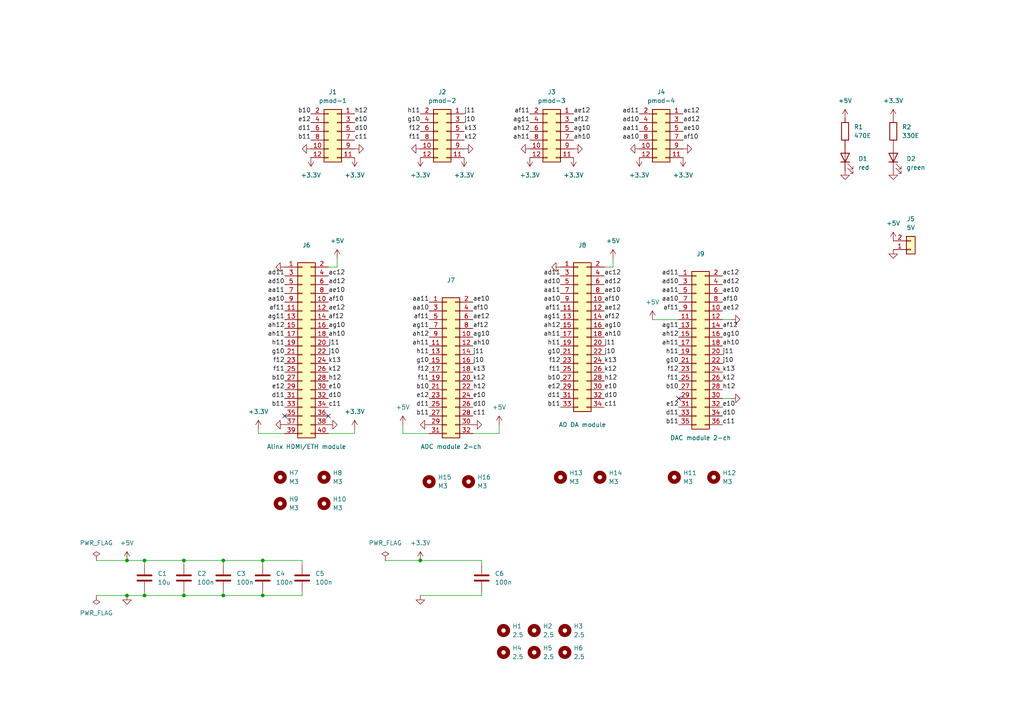
<source format=kicad_sch>
(kicad_sch (version 20230121) (generator eeschema)
  (paper "A4")
  (title_block (title "Kria PMOD Alinx Adapter") (date "2024-08-18") (rev "1.0") (company "S59MZ"))
  (lib_symbols
    (symbol "Connector_Generic:Conn_01x02" (pin_names (offset 1.016) hide)
      (property "Reference" "J" (at 0 2.54 0))
      (property "Value" "Conn_01x02" (at 0 -5.08 0))
      (symbol "Conn_01x02_1_1"
        (rectangle (start -1.27 -2.413) (end 0 -2.667) (stroke (width 0.1524)))
        (rectangle (start -1.27 0.127) (end 0 -0.127) (stroke (width 0.1524)))
        (rectangle (start -1.27 1.27) (end 1.27 -3.81) (stroke (width 0.254)) (fill (type background)))
        (pin passive line (at -5.08 0 0) (length 3.81) (name "Pin_1") (number "1"))
        (pin passive line (at -5.08 -2.54 0) (length 3.81) (name "Pin_2") (number "2"))
      )
    )
    (symbol "Connector_Generic:Conn_02x06_Odd_Even" (pin_names (offset 1.016) hide)
      (property "Reference" "J" (at 1.27 7.62 0))
      (property "Value" "Conn_02x06_Odd_Even" (at 1.27 -10.16 0))
      (symbol "Conn_02x06_Odd_Even_1_1"
        (rectangle (start -1.27 -7.493) (end 0 -7.747) (stroke (width 0.1524)))
        (rectangle (start -1.27 -4.953) (end 0 -5.207) (stroke (width 0.1524)))
        (rectangle (start -1.27 -2.413) (end 0 -2.667) (stroke (width 0.1524)))
        (rectangle (start -1.27 0.127) (end 0 -0.127) (stroke (width 0.1524)))
        (rectangle (start -1.27 2.667) (end 0 2.413) (stroke (width 0.1524)))
        (rectangle (start -1.27 5.207) (end 0 4.953) (stroke (width 0.1524)))
        (rectangle (start -1.27 6.35) (end 3.81 -8.89) (stroke (width 0.254)) (fill (type background)))
        (rectangle (start 3.81 -7.493) (end 2.54 -7.747) (stroke (width 0.1524)))
        (rectangle (start 3.81 -4.953) (end 2.54 -5.207) (stroke (width 0.1524)))
        (rectangle (start 3.81 -2.413) (end 2.54 -2.667) (stroke (width 0.1524)))
        (rectangle (start 3.81 0.127) (end 2.54 -0.127) (stroke (width 0.1524)))
        (rectangle (start 3.81 2.667) (end 2.54 2.413) (stroke (width 0.1524)))
        (rectangle (start 3.81 5.207) (end 2.54 4.953) (stroke (width 0.1524)))
        (pin passive line (at -5.08 5.08 0) (length 3.81) (name "Pin_1") (number "1"))
        (pin passive line (at 7.62 -5.08 180) (length 3.81) (name "Pin_10") (number "10"))
        (pin passive line (at -5.08 -7.62 0) (length 3.81) (name "Pin_11") (number "11"))
        (pin passive line (at 7.62 -7.62 180) (length 3.81) (name "Pin_12") (number "12"))
        (pin passive line (at 7.62 5.08 180) (length 3.81) (name "Pin_2") (number "2"))
        (pin passive line (at -5.08 2.54 0) (length 3.81) (name "Pin_3") (number "3"))
        (pin passive line (at 7.62 2.54 180) (length 3.81) (name "Pin_4") (number "4"))
        (pin passive line (at -5.08 0 0) (length 3.81) (name "Pin_5") (number "5"))
        (pin passive line (at 7.62 0 180) (length 3.81) (name "Pin_6") (number "6"))
        (pin passive line (at -5.08 -2.54 0) (length 3.81) (name "Pin_7") (number "7"))
        (pin passive line (at 7.62 -2.54 180) (length 3.81) (name "Pin_8") (number "8"))
        (pin passive line (at -5.08 -5.08 0) (length 3.81) (name "Pin_9") (number "9"))
      )
    )
    (symbol "Connector_Generic:Conn_02x16_Odd_Even" (pin_names (offset 1.016) hide)
      (property "Reference" "J" (at 1.27 20.32 0))
      (property "Value" "Conn_02x16_Odd_Even" (at 1.27 -22.86 0))
      (symbol "Conn_02x16_Odd_Even_1_1"
        (rectangle (start -1.27 -20.193) (end 0 -20.447) (stroke (width 0.1524)))
        (rectangle (start -1.27 -17.653) (end 0 -17.907) (stroke (width 0.1524)))
        (rectangle (start -1.27 -15.113) (end 0 -15.367) (stroke (width 0.1524)))
        (rectangle (start -1.27 -12.573) (end 0 -12.827) (stroke (width 0.1524)))
        (rectangle (start -1.27 -10.033) (end 0 -10.287) (stroke (width 0.1524)))
        (rectangle (start -1.27 -7.493) (end 0 -7.747) (stroke (width 0.1524)))
        (rectangle (start -1.27 -4.953) (end 0 -5.207) (stroke (width 0.1524)))
        (rectangle (start -1.27 -2.413) (end 0 -2.667) (stroke (width 0.1524)))
        (rectangle (start -1.27 0.127) (end 0 -0.127) (stroke (width 0.1524)))
        (rectangle (start -1.27 2.667) (end 0 2.413) (stroke (width 0.1524)))
        (rectangle (start -1.27 5.207) (end 0 4.953) (stroke (width 0.1524)))
        (rectangle (start -1.27 7.747) (end 0 7.493) (stroke (width 0.1524)))
        (rectangle (start -1.27 10.287) (end 0 10.033) (stroke (width 0.1524)))
        (rectangle (start -1.27 12.827) (end 0 12.573) (stroke (width 0.1524)))
        (rectangle (start -1.27 15.367) (end 0 15.113) (stroke (width 0.1524)))
        (rectangle (start -1.27 17.907) (end 0 17.653) (stroke (width 0.1524)))
        (rectangle (start -1.27 19.05) (end 3.81 -21.59) (stroke (width 0.254)) (fill (type background)))
        (rectangle (start 3.81 -20.193) (end 2.54 -20.447) (stroke (width 0.1524)))
        (rectangle (start 3.81 -17.653) (end 2.54 -17.907) (stroke (width 0.1524)))
        (rectangle (start 3.81 -15.113) (end 2.54 -15.367) (stroke (width 0.1524)))
        (rectangle (start 3.81 -12.573) (end 2.54 -12.827) (stroke (width 0.1524)))
        (rectangle (start 3.81 -10.033) (end 2.54 -10.287) (stroke (width 0.1524)))
        (rectangle (start 3.81 -7.493) (end 2.54 -7.747) (stroke (width 0.1524)))
        (rectangle (start 3.81 -4.953) (end 2.54 -5.207) (stroke (width 0.1524)))
        (rectangle (start 3.81 -2.413) (end 2.54 -2.667) (stroke (width 0.1524)))
        (rectangle (start 3.81 0.127) (end 2.54 -0.127) (stroke (width 0.1524)))
        (rectangle (start 3.81 2.667) (end 2.54 2.413) (stroke (width 0.1524)))
        (rectangle (start 3.81 5.207) (end 2.54 4.953) (stroke (width 0.1524)))
        (rectangle (start 3.81 7.747) (end 2.54 7.493) (stroke (width 0.1524)))
        (rectangle (start 3.81 10.287) (end 2.54 10.033) (stroke (width 0.1524)))
        (rectangle (start 3.81 12.827) (end 2.54 12.573) (stroke (width 0.1524)))
        (rectangle (start 3.81 15.367) (end 2.54 15.113) (stroke (width 0.1524)))
        (rectangle (start 3.81 17.907) (end 2.54 17.653) (stroke (width 0.1524)))
        (pin passive line (at -5.08 17.78 0) (length 3.81) (name "Pin_1") (number "1"))
        (pin passive line (at 7.62 7.62 180) (length 3.81) (name "Pin_10") (number "10"))
        (pin passive line (at -5.08 5.08 0) (length 3.81) (name "Pin_11") (number "11"))
        (pin passive line (at 7.62 5.08 180) (length 3.81) (name "Pin_12") (number "12"))
        (pin passive line (at -5.08 2.54 0) (length 3.81) (name "Pin_13") (number "13"))
        (pin passive line (at 7.62 2.54 180) (length 3.81) (name "Pin_14") (number "14"))
        (pin passive line (at -5.08 0 0) (length 3.81) (name "Pin_15") (number "15"))
        (pin passive line (at 7.62 0 180) (length 3.81) (name "Pin_16") (number "16"))
        (pin passive line (at -5.08 -2.54 0) (length 3.81) (name "Pin_17") (number "17"))
        (pin passive line (at 7.62 -2.54 180) (length 3.81) (name "Pin_18") (number "18"))
        (pin passive line (at -5.08 -5.08 0) (length 3.81) (name "Pin_19") (number "19"))
        (pin passive line (at 7.62 17.78 180) (length 3.81) (name "Pin_2") (number "2"))
        (pin passive line (at 7.62 -5.08 180) (length 3.81) (name "Pin_20") (number "20"))
        (pin passive line (at -5.08 -7.62 0) (length 3.81) (name "Pin_21") (number "21"))
        (pin passive line (at 7.62 -7.62 180) (length 3.81) (name "Pin_22") (number "22"))
        (pin passive line (at -5.08 -10.16 0) (length 3.81) (name "Pin_23") (number "23"))
        (pin passive line (at 7.62 -10.16 180) (length 3.81) (name "Pin_24") (number "24"))
        (pin passive line (at -5.08 -12.7 0) (length 3.81) (name "Pin_25") (number "25"))
        (pin passive line (at 7.62 -12.7 180) (length 3.81) (name "Pin_26") (number "26"))
        (pin passive line (at -5.08 -15.24 0) (length 3.81) (name "Pin_27") (number "27"))
        (pin passive line (at 7.62 -15.24 180) (length 3.81) (name "Pin_28") (number "28"))
        (pin passive line (at -5.08 -17.78 0) (length 3.81) (name "Pin_29") (number "29"))
        (pin passive line (at -5.08 15.24 0) (length 3.81) (name "Pin_3") (number "3"))
        (pin passive line (at 7.62 -17.78 180) (length 3.81) (name "Pin_30") (number "30"))
        (pin passive line (at -5.08 -20.32 0) (length 3.81) (name "Pin_31") (number "31"))
        (pin passive line (at 7.62 -20.32 180) (length 3.81) (name "Pin_32") (number "32"))
        (pin passive line (at 7.62 15.24 180) (length 3.81) (name "Pin_4") (number "4"))
        (pin passive line (at -5.08 12.7 0) (length 3.81) (name "Pin_5") (number "5"))
        (pin passive line (at 7.62 12.7 180) (length 3.81) (name "Pin_6") (number "6"))
        (pin passive line (at -5.08 10.16 0) (length 3.81) (name "Pin_7") (number "7"))
        (pin passive line (at 7.62 10.16 180) (length 3.81) (name "Pin_8") (number "8"))
        (pin passive line (at -5.08 7.62 0) (length 3.81) (name "Pin_9") (number "9"))
      )
    )
    (symbol "Connector_Generic:Conn_02x17_Odd_Even" (pin_names (offset 1.016) hide)
      (property "Reference" "J" (at 1.27 22.86 0))
      (property "Value" "Conn_02x17_Odd_Even" (at 1.27 -22.86 0))
      (symbol "Conn_02x17_Odd_Even_1_1"
        (rectangle (start -1.27 -20.193) (end 0 -20.447) (stroke (width 0.1524)))
        (rectangle (start -1.27 -17.653) (end 0 -17.907) (stroke (width 0.1524)))
        (rectangle (start -1.27 -15.113) (end 0 -15.367) (stroke (width 0.1524)))
        (rectangle (start -1.27 -12.573) (end 0 -12.827) (stroke (width 0.1524)))
        (rectangle (start -1.27 -10.033) (end 0 -10.287) (stroke (width 0.1524)))
        (rectangle (start -1.27 -7.493) (end 0 -7.747) (stroke (width 0.1524)))
        (rectangle (start -1.27 -4.953) (end 0 -5.207) (stroke (width 0.1524)))
        (rectangle (start -1.27 -2.413) (end 0 -2.667) (stroke (width 0.1524)))
        (rectangle (start -1.27 0.127) (end 0 -0.127) (stroke (width 0.1524)))
        (rectangle (start -1.27 2.667) (end 0 2.413) (stroke (width 0.1524)))
        (rectangle (start -1.27 5.207) (end 0 4.953) (stroke (width 0.1524)))
        (rectangle (start -1.27 7.747) (end 0 7.493) (stroke (width 0.1524)))
        (rectangle (start -1.27 10.287) (end 0 10.033) (stroke (width 0.1524)))
        (rectangle (start -1.27 12.827) (end 0 12.573) (stroke (width 0.1524)))
        (rectangle (start -1.27 15.367) (end 0 15.113) (stroke (width 0.1524)))
        (rectangle (start -1.27 17.907) (end 0 17.653) (stroke (width 0.1524)))
        (rectangle (start -1.27 20.447) (end 0 20.193) (stroke (width 0.1524)))
        (rectangle (start -1.27 21.59) (end 3.81 -21.59) (stroke (width 0.254)) (fill (type background)))
        (rectangle (start 3.81 -20.193) (end 2.54 -20.447) (stroke (width 0.1524)))
        (rectangle (start 3.81 -17.653) (end 2.54 -17.907) (stroke (width 0.1524)))
        (rectangle (start 3.81 -15.113) (end 2.54 -15.367) (stroke (width 0.1524)))
        (rectangle (start 3.81 -12.573) (end 2.54 -12.827) (stroke (width 0.1524)))
        (rectangle (start 3.81 -10.033) (end 2.54 -10.287) (stroke (width 0.1524)))
        (rectangle (start 3.81 -7.493) (end 2.54 -7.747) (stroke (width 0.1524)))
        (rectangle (start 3.81 -4.953) (end 2.54 -5.207) (stroke (width 0.1524)))
        (rectangle (start 3.81 -2.413) (end 2.54 -2.667) (stroke (width 0.1524)))
        (rectangle (start 3.81 0.127) (end 2.54 -0.127) (stroke (width 0.1524)))
        (rectangle (start 3.81 2.667) (end 2.54 2.413) (stroke (width 0.1524)))
        (rectangle (start 3.81 5.207) (end 2.54 4.953) (stroke (width 0.1524)))
        (rectangle (start 3.81 7.747) (end 2.54 7.493) (stroke (width 0.1524)))
        (rectangle (start 3.81 10.287) (end 2.54 10.033) (stroke (width 0.1524)))
        (rectangle (start 3.81 12.827) (end 2.54 12.573) (stroke (width 0.1524)))
        (rectangle (start 3.81 15.367) (end 2.54 15.113) (stroke (width 0.1524)))
        (rectangle (start 3.81 17.907) (end 2.54 17.653) (stroke (width 0.1524)))
        (rectangle (start 3.81 20.447) (end 2.54 20.193) (stroke (width 0.1524)))
        (pin passive line (at -5.08 20.32 0) (length 3.81) (name "Pin_1") (number "1"))
        (pin passive line (at 7.62 10.16 180) (length 3.81) (name "Pin_10") (number "10"))
        (pin passive line (at -5.08 7.62 0) (length 3.81) (name "Pin_11") (number "11"))
        (pin passive line (at 7.62 7.62 180) (length 3.81) (name "Pin_12") (number "12"))
        (pin passive line (at -5.08 5.08 0) (length 3.81) (name "Pin_13") (number "13"))
        (pin passive line (at 7.62 5.08 180) (length 3.81) (name "Pin_14") (number "14"))
        (pin passive line (at -5.08 2.54 0) (length 3.81) (name "Pin_15") (number "15"))
        (pin passive line (at 7.62 2.54 180) (length 3.81) (name "Pin_16") (number "16"))
        (pin passive line (at -5.08 0 0) (length 3.81) (name "Pin_17") (number "17"))
        (pin passive line (at 7.62 0 180) (length 3.81) (name "Pin_18") (number "18"))
        (pin passive line (at -5.08 -2.54 0) (length 3.81) (name "Pin_19") (number "19"))
        (pin passive line (at 7.62 20.32 180) (length 3.81) (name "Pin_2") (number "2"))
        (pin passive line (at 7.62 -2.54 180) (length 3.81) (name "Pin_20") (number "20"))
        (pin passive line (at -5.08 -5.08 0) (length 3.81) (name "Pin_21") (number "21"))
        (pin passive line (at 7.62 -5.08 180) (length 3.81) (name "Pin_22") (number "22"))
        (pin passive line (at -5.08 -7.62 0) (length 3.81) (name "Pin_23") (number "23"))
        (pin passive line (at 7.62 -7.62 180) (length 3.81) (name "Pin_24") (number "24"))
        (pin passive line (at -5.08 -10.16 0) (length 3.81) (name "Pin_25") (number "25"))
        (pin passive line (at 7.62 -10.16 180) (length 3.81) (name "Pin_26") (number "26"))
        (pin passive line (at -5.08 -12.7 0) (length 3.81) (name "Pin_27") (number "27"))
        (pin passive line (at 7.62 -12.7 180) (length 3.81) (name "Pin_28") (number "28"))
        (pin passive line (at -5.08 -15.24 0) (length 3.81) (name "Pin_29") (number "29"))
        (pin passive line (at -5.08 17.78 0) (length 3.81) (name "Pin_3") (number "3"))
        (pin passive line (at 7.62 -15.24 180) (length 3.81) (name "Pin_30") (number "30"))
        (pin passive line (at -5.08 -17.78 0) (length 3.81) (name "Pin_31") (number "31"))
        (pin passive line (at 7.62 -17.78 180) (length 3.81) (name "Pin_32") (number "32"))
        (pin passive line (at -5.08 -20.32 0) (length 3.81) (name "Pin_33") (number "33"))
        (pin passive line (at 7.62 -20.32 180) (length 3.81) (name "Pin_34") (number "34"))
        (pin passive line (at 7.62 17.78 180) (length 3.81) (name "Pin_4") (number "4"))
        (pin passive line (at -5.08 15.24 0) (length 3.81) (name "Pin_5") (number "5"))
        (pin passive line (at 7.62 15.24 180) (length 3.81) (name "Pin_6") (number "6"))
        (pin passive line (at -5.08 12.7 0) (length 3.81) (name "Pin_7") (number "7"))
        (pin passive line (at 7.62 12.7 180) (length 3.81) (name "Pin_8") (number "8"))
        (pin passive line (at -5.08 10.16 0) (length 3.81) (name "Pin_9") (number "9"))
      )
    )
    (symbol "Connector_Generic:Conn_02x18_Odd_Even" (pin_names (offset 1.016) hide)
      (property "Reference" "J" (at 1.27 22.86 0))
      (property "Value" "Conn_02x18_Odd_Even" (at 1.27 -25.4 0))
      (symbol "Conn_02x18_Odd_Even_1_1"
        (rectangle (start -1.27 -22.733) (end 0 -22.987) (stroke (width 0.1524)))
        (rectangle (start -1.27 -20.193) (end 0 -20.447) (stroke (width 0.1524)))
        (rectangle (start -1.27 -17.653) (end 0 -17.907) (stroke (width 0.1524)))
        (rectangle (start -1.27 -15.113) (end 0 -15.367) (stroke (width 0.1524)))
        (rectangle (start -1.27 -12.573) (end 0 -12.827) (stroke (width 0.1524)))
        (rectangle (start -1.27 -10.033) (end 0 -10.287) (stroke (width 0.1524)))
        (rectangle (start -1.27 -7.493) (end 0 -7.747) (stroke (width 0.1524)))
        (rectangle (start -1.27 -4.953) (end 0 -5.207) (stroke (width 0.1524)))
        (rectangle (start -1.27 -2.413) (end 0 -2.667) (stroke (width 0.1524)))
        (rectangle (start -1.27 0.127) (end 0 -0.127) (stroke (width 0.1524)))
        (rectangle (start -1.27 2.667) (end 0 2.413) (stroke (width 0.1524)))
        (rectangle (start -1.27 5.207) (end 0 4.953) (stroke (width 0.1524)))
        (rectangle (start -1.27 7.747) (end 0 7.493) (stroke (width 0.1524)))
        (rectangle (start -1.27 10.287) (end 0 10.033) (stroke (width 0.1524)))
        (rectangle (start -1.27 12.827) (end 0 12.573) (stroke (width 0.1524)))
        (rectangle (start -1.27 15.367) (end 0 15.113) (stroke (width 0.1524)))
        (rectangle (start -1.27 17.907) (end 0 17.653) (stroke (width 0.1524)))
        (rectangle (start -1.27 20.447) (end 0 20.193) (stroke (width 0.1524)))
        (rectangle (start -1.27 21.59) (end 3.81 -24.13) (stroke (width 0.254)) (fill (type background)))
        (rectangle (start 3.81 -22.733) (end 2.54 -22.987) (stroke (width 0.1524)))
        (rectangle (start 3.81 -20.193) (end 2.54 -20.447) (stroke (width 0.1524)))
        (rectangle (start 3.81 -17.653) (end 2.54 -17.907) (stroke (width 0.1524)))
        (rectangle (start 3.81 -15.113) (end 2.54 -15.367) (stroke (width 0.1524)))
        (rectangle (start 3.81 -12.573) (end 2.54 -12.827) (stroke (width 0.1524)))
        (rectangle (start 3.81 -10.033) (end 2.54 -10.287) (stroke (width 0.1524)))
        (rectangle (start 3.81 -7.493) (end 2.54 -7.747) (stroke (width 0.1524)))
        (rectangle (start 3.81 -4.953) (end 2.54 -5.207) (stroke (width 0.1524)))
        (rectangle (start 3.81 -2.413) (end 2.54 -2.667) (stroke (width 0.1524)))
        (rectangle (start 3.81 0.127) (end 2.54 -0.127) (stroke (width 0.1524)))
        (rectangle (start 3.81 2.667) (end 2.54 2.413) (stroke (width 0.1524)))
        (rectangle (start 3.81 5.207) (end 2.54 4.953) (stroke (width 0.1524)))
        (rectangle (start 3.81 7.747) (end 2.54 7.493) (stroke (width 0.1524)))
        (rectangle (start 3.81 10.287) (end 2.54 10.033) (stroke (width 0.1524)))
        (rectangle (start 3.81 12.827) (end 2.54 12.573) (stroke (width 0.1524)))
        (rectangle (start 3.81 15.367) (end 2.54 15.113) (stroke (width 0.1524)))
        (rectangle (start 3.81 17.907) (end 2.54 17.653) (stroke (width 0.1524)))
        (rectangle (start 3.81 20.447) (end 2.54 20.193) (stroke (width 0.1524)))
        (pin passive line (at -5.08 20.32 0) (length 3.81) (name "Pin_1") (number "1"))
        (pin passive line (at 7.62 10.16 180) (length 3.81) (name "Pin_10") (number "10"))
        (pin passive line (at -5.08 7.62 0) (length 3.81) (name "Pin_11") (number "11"))
        (pin passive line (at 7.62 7.62 180) (length 3.81) (name "Pin_12") (number "12"))
        (pin passive line (at -5.08 5.08 0) (length 3.81) (name "Pin_13") (number "13"))
        (pin passive line (at 7.62 5.08 180) (length 3.81) (name "Pin_14") (number "14"))
        (pin passive line (at -5.08 2.54 0) (length 3.81) (name "Pin_15") (number "15"))
        (pin passive line (at 7.62 2.54 180) (length 3.81) (name "Pin_16") (number "16"))
        (pin passive line (at -5.08 0 0) (length 3.81) (name "Pin_17") (number "17"))
        (pin passive line (at 7.62 0 180) (length 3.81) (name "Pin_18") (number "18"))
        (pin passive line (at -5.08 -2.54 0) (length 3.81) (name "Pin_19") (number "19"))
        (pin passive line (at 7.62 20.32 180) (length 3.81) (name "Pin_2") (number "2"))
        (pin passive line (at 7.62 -2.54 180) (length 3.81) (name "Pin_20") (number "20"))
        (pin passive line (at -5.08 -5.08 0) (length 3.81) (name "Pin_21") (number "21"))
        (pin passive line (at 7.62 -5.08 180) (length 3.81) (name "Pin_22") (number "22"))
        (pin passive line (at -5.08 -7.62 0) (length 3.81) (name "Pin_23") (number "23"))
        (pin passive line (at 7.62 -7.62 180) (length 3.81) (name "Pin_24") (number "24"))
        (pin passive line (at -5.08 -10.16 0) (length 3.81) (name "Pin_25") (number "25"))
        (pin passive line (at 7.62 -10.16 180) (length 3.81) (name "Pin_26") (number "26"))
        (pin passive line (at -5.08 -12.7 0) (length 3.81) (name "Pin_27") (number "27"))
        (pin passive line (at 7.62 -12.7 180) (length 3.81) (name "Pin_28") (number "28"))
        (pin passive line (at -5.08 -15.24 0) (length 3.81) (name "Pin_29") (number "29"))
        (pin passive line (at -5.08 17.78 0) (length 3.81) (name "Pin_3") (number "3"))
        (pin passive line (at 7.62 -15.24 180) (length 3.81) (name "Pin_30") (number "30"))
        (pin passive line (at -5.08 -17.78 0) (length 3.81) (name "Pin_31") (number "31"))
        (pin passive line (at 7.62 -17.78 180) (length 3.81) (name "Pin_32") (number "32"))
        (pin passive line (at -5.08 -20.32 0) (length 3.81) (name "Pin_33") (number "33"))
        (pin passive line (at 7.62 -20.32 180) (length 3.81) (name "Pin_34") (number "34"))
        (pin passive line (at -5.08 -22.86 0) (length 3.81) (name "Pin_35") (number "35"))
        (pin passive line (at 7.62 -22.86 180) (length 3.81) (name "Pin_36") (number "36"))
        (pin passive line (at 7.62 17.78 180) (length 3.81) (name "Pin_4") (number "4"))
        (pin passive line (at -5.08 15.24 0) (length 3.81) (name "Pin_5") (number "5"))
        (pin passive line (at 7.62 15.24 180) (length 3.81) (name "Pin_6") (number "6"))
        (pin passive line (at -5.08 12.7 0) (length 3.81) (name "Pin_7") (number "7"))
        (pin passive line (at 7.62 12.7 180) (length 3.81) (name "Pin_8") (number "8"))
        (pin passive line (at -5.08 10.16 0) (length 3.81) (name "Pin_9") (number "9"))
      )
    )
    (symbol "Connector_Generic:Conn_02x20_Odd_Even" (pin_names (offset 1.016) hide)
      (property "Reference" "J" (at 1.27 25.4 0))
      (property "Value" "Conn_02x20_Odd_Even" (at 1.27 -27.94 0))
      (symbol "Conn_02x20_Odd_Even_1_1"
        (rectangle (start -1.27 -25.273) (end 0 -25.527) (stroke (width 0.1524)))
        (rectangle (start -1.27 -22.733) (end 0 -22.987) (stroke (width 0.1524)))
        (rectangle (start -1.27 -20.193) (end 0 -20.447) (stroke (width 0.1524)))
        (rectangle (start -1.27 -17.653) (end 0 -17.907) (stroke (width 0.1524)))
        (rectangle (start -1.27 -15.113) (end 0 -15.367) (stroke (width 0.1524)))
        (rectangle (start -1.27 -12.573) (end 0 -12.827) (stroke (width 0.1524)))
        (rectangle (start -1.27 -10.033) (end 0 -10.287) (stroke (width 0.1524)))
        (rectangle (start -1.27 -7.493) (end 0 -7.747) (stroke (width 0.1524)))
        (rectangle (start -1.27 -4.953) (end 0 -5.207) (stroke (width 0.1524)))
        (rectangle (start -1.27 -2.413) (end 0 -2.667) (stroke (width 0.1524)))
        (rectangle (start -1.27 0.127) (end 0 -0.127) (stroke (width 0.1524)))
        (rectangle (start -1.27 2.667) (end 0 2.413) (stroke (width 0.1524)))
        (rectangle (start -1.27 5.207) (end 0 4.953) (stroke (width 0.1524)))
        (rectangle (start -1.27 7.747) (end 0 7.493) (stroke (width 0.1524)))
        (rectangle (start -1.27 10.287) (end 0 10.033) (stroke (width 0.1524)))
        (rectangle (start -1.27 12.827) (end 0 12.573) (stroke (width 0.1524)))
        (rectangle (start -1.27 15.367) (end 0 15.113) (stroke (width 0.1524)))
        (rectangle (start -1.27 17.907) (end 0 17.653) (stroke (width 0.1524)))
        (rectangle (start -1.27 20.447) (end 0 20.193) (stroke (width 0.1524)))
        (rectangle (start -1.27 22.987) (end 0 22.733) (stroke (width 0.1524)))
        (rectangle (start -1.27 24.13) (end 3.81 -26.67) (stroke (width 0.254)) (fill (type background)))
        (rectangle (start 3.81 -25.273) (end 2.54 -25.527) (stroke (width 0.1524)))
        (rectangle (start 3.81 -22.733) (end 2.54 -22.987) (stroke (width 0.1524)))
        (rectangle (start 3.81 -20.193) (end 2.54 -20.447) (stroke (width 0.1524)))
        (rectangle (start 3.81 -17.653) (end 2.54 -17.907) (stroke (width 0.1524)))
        (rectangle (start 3.81 -15.113) (end 2.54 -15.367) (stroke (width 0.1524)))
        (rectangle (start 3.81 -12.573) (end 2.54 -12.827) (stroke (width 0.1524)))
        (rectangle (start 3.81 -10.033) (end 2.54 -10.287) (stroke (width 0.1524)))
        (rectangle (start 3.81 -7.493) (end 2.54 -7.747) (stroke (width 0.1524)))
        (rectangle (start 3.81 -4.953) (end 2.54 -5.207) (stroke (width 0.1524)))
        (rectangle (start 3.81 -2.413) (end 2.54 -2.667) (stroke (width 0.1524)))
        (rectangle (start 3.81 0.127) (end 2.54 -0.127) (stroke (width 0.1524)))
        (rectangle (start 3.81 2.667) (end 2.54 2.413) (stroke (width 0.1524)))
        (rectangle (start 3.81 5.207) (end 2.54 4.953) (stroke (width 0.1524)))
        (rectangle (start 3.81 7.747) (end 2.54 7.493) (stroke (width 0.1524)))
        (rectangle (start 3.81 10.287) (end 2.54 10.033) (stroke (width 0.1524)))
        (rectangle (start 3.81 12.827) (end 2.54 12.573) (stroke (width 0.1524)))
        (rectangle (start 3.81 15.367) (end 2.54 15.113) (stroke (width 0.1524)))
        (rectangle (start 3.81 17.907) (end 2.54 17.653) (stroke (width 0.1524)))
        (rectangle (start 3.81 20.447) (end 2.54 20.193) (stroke (width 0.1524)))
        (rectangle (start 3.81 22.987) (end 2.54 22.733) (stroke (width 0.1524)))
        (pin passive line (at -5.08 22.86 0) (length 3.81) (name "Pin_1") (number "1"))
        (pin passive line (at 7.62 12.7 180) (length 3.81) (name "Pin_10") (number "10"))
        (pin passive line (at -5.08 10.16 0) (length 3.81) (name "Pin_11") (number "11"))
        (pin passive line (at 7.62 10.16 180) (length 3.81) (name "Pin_12") (number "12"))
        (pin passive line (at -5.08 7.62 0) (length 3.81) (name "Pin_13") (number "13"))
        (pin passive line (at 7.62 7.62 180) (length 3.81) (name "Pin_14") (number "14"))
        (pin passive line (at -5.08 5.08 0) (length 3.81) (name "Pin_15") (number "15"))
        (pin passive line (at 7.62 5.08 180) (length 3.81) (name "Pin_16") (number "16"))
        (pin passive line (at -5.08 2.54 0) (length 3.81) (name "Pin_17") (number "17"))
        (pin passive line (at 7.62 2.54 180) (length 3.81) (name "Pin_18") (number "18"))
        (pin passive line (at -5.08 0 0) (length 3.81) (name "Pin_19") (number "19"))
        (pin passive line (at 7.62 22.86 180) (length 3.81) (name "Pin_2") (number "2"))
        (pin passive line (at 7.62 0 180) (length 3.81) (name "Pin_20") (number "20"))
        (pin passive line (at -5.08 -2.54 0) (length 3.81) (name "Pin_21") (number "21"))
        (pin passive line (at 7.62 -2.54 180) (length 3.81) (name "Pin_22") (number "22"))
        (pin passive line (at -5.08 -5.08 0) (length 3.81) (name "Pin_23") (number "23"))
        (pin passive line (at 7.62 -5.08 180) (length 3.81) (name "Pin_24") (number "24"))
        (pin passive line (at -5.08 -7.62 0) (length 3.81) (name "Pin_25") (number "25"))
        (pin passive line (at 7.62 -7.62 180) (length 3.81) (name "Pin_26") (number "26"))
        (pin passive line (at -5.08 -10.16 0) (length 3.81) (name "Pin_27") (number "27"))
        (pin passive line (at 7.62 -10.16 180) (length 3.81) (name "Pin_28") (number "28"))
        (pin passive line (at -5.08 -12.7 0) (length 3.81) (name "Pin_29") (number "29"))
        (pin passive line (at -5.08 20.32 0) (length 3.81) (name "Pin_3") (number "3"))
        (pin passive line (at 7.62 -12.7 180) (length 3.81) (name "Pin_30") (number "30"))
        (pin passive line (at -5.08 -15.24 0) (length 3.81) (name "Pin_31") (number "31"))
        (pin passive line (at 7.62 -15.24 180) (length 3.81) (name "Pin_32") (number "32"))
        (pin passive line (at -5.08 -17.78 0) (length 3.81) (name "Pin_33") (number "33"))
        (pin passive line (at 7.62 -17.78 180) (length 3.81) (name "Pin_34") (number "34"))
        (pin passive line (at -5.08 -20.32 0) (length 3.81) (name "Pin_35") (number "35"))
        (pin passive line (at 7.62 -20.32 180) (length 3.81) (name "Pin_36") (number "36"))
        (pin passive line (at -5.08 -22.86 0) (length 3.81) (name "Pin_37") (number "37"))
        (pin passive line (at 7.62 -22.86 180) (length 3.81) (name "Pin_38") (number "38"))
        (pin passive line (at -5.08 -25.4 0) (length 3.81) (name "Pin_39") (number "39"))
        (pin passive line (at 7.62 20.32 180) (length 3.81) (name "Pin_4") (number "4"))
        (pin passive line (at 7.62 -25.4 180) (length 3.81) (name "Pin_40") (number "40"))
        (pin passive line (at -5.08 17.78 0) (length 3.81) (name "Pin_5") (number "5"))
        (pin passive line (at 7.62 17.78 180) (length 3.81) (name "Pin_6") (number "6"))
        (pin passive line (at -5.08 15.24 0) (length 3.81) (name "Pin_7") (number "7"))
        (pin passive line (at 7.62 15.24 180) (length 3.81) (name "Pin_8") (number "8"))
        (pin passive line (at -5.08 12.7 0) (length 3.81) (name "Pin_9") (number "9"))
      )
    )
    (symbol "Device:C" (pin_numbers hide) (pin_names (offset 0.254))
      (property "Reference" "C" (at 0.635 2.54 0))
      (property "Value" "C" (at 0.635 -2.54 0))
      (symbol "C_0_1"
        (polyline (pts (xy -2.032 -0.762) (xy 2.032 -0.762)) (stroke (width 0.508)))
        (polyline (pts (xy -2.032 0.762) (xy 2.032 0.762)) (stroke (width 0.508)))
      )
      (symbol "C_1_1"
        (pin passive line (at 0 3.81 270) (length 2.794) (name "~") (number "1"))
        (pin passive line (at 0 -3.81 90) (length 2.794) (name "~") (number "2"))
      )
    )
    (symbol "Device:LED" (pin_numbers hide) (pin_names (offset 1.016) hide)
      (property "Reference" "D" (at 0 2.54 0))
      (property "Value" "LED" (at 0 -2.54 0))
      (symbol "LED_0_1"
        (polyline (pts (xy -1.27 -1.27) (xy -1.27 1.27)) (stroke (width 0.254)))
        (polyline (pts (xy -1.27 0) (xy 1.27 0)))
        (polyline (pts (xy 1.27 -1.27) (xy 1.27 1.27) (xy -1.27 0) (xy 1.27 -1.27)) (stroke (width 0.254)))
        (polyline (pts (xy -3.048 -0.762) (xy -4.572 -2.286) (xy -3.81 -2.286) (xy -4.572 -2.286) (xy -4.572 -1.524)))
        (polyline (pts (xy -1.778 -0.762) (xy -3.302 -2.286) (xy -2.54 -2.286) (xy -3.302 -2.286) (xy -3.302 -1.524)))
      )
      (symbol "LED_1_1"
        (pin passive line (at -3.81 0 0) (length 2.54) (name "K") (number "1"))
        (pin passive line (at 3.81 0 180) (length 2.54) (name "A") (number "2"))
      )
    )
    (symbol "Device:R" (pin_numbers hide) (pin_names (offset 0))
      (property "Reference" "R" (at 2.032 0 90))
      (property "Value" "R" (at 0 0 90))
      (symbol "R_0_1"
        (rectangle (start -1.016 -2.54) (end 1.016 2.54) (stroke (width 0.254)))
      )
      (symbol "R_1_1"
        (pin passive line (at 0 3.81 270) (length 1.27) (name "~") (number "1"))
        (pin passive line (at 0 -3.81 90) (length 1.27) (name "~") (number "2"))
      )
    )
    (symbol "Mechanical:MountingHole" (pin_names (offset 1.016))
      (property "Reference" "H" (at 0 5.08 0))
      (property "Value" "MountingHole" (at 0 3.175 0))
      (symbol "MountingHole_0_1"
        (circle (center 0 0) (radius 1.27) (stroke (width 1.27)))
      )
    )
    (symbol "power:+3.3V" (power) (pin_names (offset 0))
      (property "Value" "+3.3V" (at 0 3.556 0))
      (symbol "+3.3V_0_1"
        (polyline (pts (xy -0.762 1.27) (xy 0 2.54)))
        (polyline (pts (xy 0 0) (xy 0 2.54)))
        (polyline (pts (xy 0 2.54) (xy 0.762 1.27)))
      )
      (symbol "+3.3V_1_1"
        (pin power_in line (at 0 0 90) (length 0) hide (name "+3.3V") (number "1"))
      )
    )
    (symbol "power:+5V" (power) (pin_names (offset 0))
      (property "Value" "+5V" (at 0 3.556 0))
      (symbol "+5V_0_1"
        (polyline (pts (xy -0.762 1.27) (xy 0 2.54)))
        (polyline (pts (xy 0 0) (xy 0 2.54)))
        (polyline (pts (xy 0 2.54) (xy 0.762 1.27)))
      )
      (symbol "+5V_1_1"
        (pin power_in line (at 0 0 90) (length 0) hide (name "+5V") (number "1"))
      )
    )
    (symbol "power:GND" (power) (pin_names (offset 0))
      (property "Value" "GND" (at 0 -3.81 0))
      (symbol "GND_0_1"
        (polyline (pts (xy 0 0) (xy 0 -1.27) (xy 1.27 -1.27) (xy 0 -2.54) (xy -1.27 -1.27) (xy 0 -1.27)))
      )
      (symbol "GND_1_1"
        (pin power_in line (at 0 0 270) (length 0) hide (name "GND") (number "1"))
      )
    )
    (symbol "power:PWR_FLAG" (power) (pin_numbers hide) (pin_names (offset 0) hide)
      (property "Value" "PWR_FLAG" (at 0 3.81 0))
      (symbol "PWR_FLAG_0_0"
        (pin power_out line (at 0 0 90) (length 0) (name "pwr") (number "1"))
      )
      (symbol "PWR_FLAG_0_1"
        (polyline (pts (xy 0 0) (xy 0 1.27) (xy -1.016 1.905) (xy 0 2.54) (xy 1.016 1.905) (xy 0 1.27)))
      )
    )
  )
  (junction (at 64.77 162.56))
  (junction (at 76.2 162.56))
  (junction (at 41.91 162.56))
  (junction (at 36.83 162.56))
  (junction (at 53.34 172.72))
  (junction (at 41.91 172.72))
  (junction (at 121.92 162.56))
  (junction (at 64.77 172.72))
  (junction (at 76.2 172.72))
  (junction (at 36.83 172.72))
  (junction (at 53.34 162.56))
  (no_connect (at 196.85 115.57))
  (no_connect (at 95.25 120.65))
  (no_connect (at 82.55 120.65))
  (wire (pts (xy 177.8 77.47) (xy 175.26 77.47)))
  (wire (pts (xy 64.77 171.45) (xy 64.77 172.72)))
  (wire (pts (xy 41.91 172.72) (xy 53.34 172.72)))
  (wire (pts (xy 97.79 74.93) (xy 97.79 77.47)))
  (wire (pts (xy 76.2 172.72) (xy 76.2 171.45)))
  (wire (pts (xy 41.91 162.56) (xy 53.34 162.56)))
  (wire (pts (xy 116.84 125.73) (xy 124.46 125.73)))
  (wire (pts (xy 97.79 77.47) (xy 95.25 77.47)))
  (wire (pts (xy 64.77 162.56) (xy 64.77 163.83)))
  (wire (pts (xy 64.77 172.72) (xy 76.2 172.72)))
  (wire (pts (xy 116.84 123.19) (xy 116.84 125.73)))
  (wire (pts (xy 76.2 162.56) (xy 87.63 162.56)))
  (wire (pts (xy 76.2 162.56) (xy 76.2 163.83)))
  (wire (pts (xy 144.78 123.19) (xy 144.78 125.73)))
  (wire (pts (xy 111.76 162.56) (xy 121.92 162.56)))
  (wire (pts (xy 53.34 162.56) (xy 53.34 163.83)))
  (wire (pts (xy 212.09 92.71) (xy 209.55 92.71)))
  (wire (pts (xy 121.92 172.72) (xy 139.7 172.72)))
  (wire (pts (xy 121.92 162.56) (xy 139.7 162.56)))
  (wire (pts (xy 36.83 172.72) (xy 41.91 172.72)))
  (wire (pts (xy 189.23 92.71) (xy 196.85 92.71)))
  (wire (pts (xy 139.7 163.83) (xy 139.7 162.56)))
  (wire (pts (xy 64.77 162.56) (xy 76.2 162.56)))
  (wire (pts (xy 137.16 125.73) (xy 144.78 125.73)))
  (wire (pts (xy 53.34 162.56) (xy 64.77 162.56)))
  (wire (pts (xy 27.94 162.56) (xy 36.83 162.56)))
  (wire (pts (xy 102.87 125.73) (xy 95.25 125.73)))
  (wire (pts (xy 36.83 162.56) (xy 41.91 162.56)))
  (wire (pts (xy 41.91 171.45) (xy 41.91 172.72)))
  (wire (pts (xy 87.63 171.45) (xy 87.63 172.72)))
  (wire (pts (xy 41.91 162.56) (xy 41.91 163.83)))
  (wire (pts (xy 76.2 172.72) (xy 87.63 172.72)))
  (wire (pts (xy 139.7 171.45) (xy 139.7 172.72)))
  (wire (pts (xy 87.63 163.83) (xy 87.63 162.56)))
  (wire (pts (xy 74.93 124.46) (xy 74.93 125.73)))
  (wire (pts (xy 74.93 125.73) (xy 82.55 125.73)))
  (wire (pts (xy 212.09 115.57) (xy 209.55 115.57)))
  (wire (pts (xy 53.34 171.45) (xy 53.34 172.72)))
  (wire (pts (xy 53.34 172.72) (xy 64.77 172.72)))
  (wire (pts (xy 27.94 172.72) (xy 36.83 172.72)))
  (wire (pts (xy 177.8 74.93) (xy 177.8 77.47)))
  (wire (pts (xy 102.87 124.46) (xy 102.87 125.73)))
  (label "j11" (at 134.62 33.02 0))
  (label "h12" (at 175.26 110.49 0))
  (label "k12" (at 175.26 107.95 0))
  (label "aa10" (at 162.56 87.63 180))
  (label "b11" (at 196.85 123.19 180))
  (label "k13" (at 209.55 107.95 0))
  (label "ad11" (at 162.56 80.01 180))
  (label "ag11" (at 196.85 95.25 180))
  (label "e12" (at 82.55 113.03 180))
  (label "h12" (at 95.25 110.49 0))
  (label "ah10" (at 95.25 97.79 0))
  (label "k13" (at 95.25 105.41 0))
  (label "d11" (at 90.17 38.1 180))
  (label "c11" (at 137.16 120.65 0))
  (label "ad10" (at 196.85 82.55 180))
  (label "ae10" (at 95.25 85.09 0))
  (label "ae12" (at 166.37 33.02 0))
  (label "ae10" (at 209.55 85.09 0))
  (label "b10" (at 82.55 110.49 180))
  (label "e10" (at 175.26 113.03 0))
  (label "af12" (at 95.25 92.71 0))
  (label "af10" (at 95.25 87.63 0))
  (label "j11" (at 95.25 100.33 0))
  (label "f11" (at 124.46 110.49 180))
  (label "d11" (at 124.46 118.11 180))
  (label "b10" (at 162.56 110.49 180))
  (label "d10" (at 95.25 115.57 0))
  (label "h11" (at 162.56 100.33 180))
  (label "g10" (at 162.56 102.87 180))
  (label "ae10" (at 198.12 38.1 0))
  (label "d10" (at 175.26 115.57 0))
  (label "b10" (at 90.17 33.02 180))
  (label "f12" (at 162.56 105.41 180))
  (label "b10" (at 196.85 113.03 180))
  (label "ah11" (at 162.56 97.79 180))
  (label "af11" (at 124.46 92.71 180))
  (label "ae10" (at 137.16 87.63 0))
  (label "ag11" (at 82.55 92.71 180))
  (label "af11" (at 162.56 90.17 180))
  (label "f11" (at 82.55 107.95 180))
  (label "e12" (at 124.46 115.57 180))
  (label "d11" (at 162.56 115.57 180))
  (label "k12" (at 134.62 40.64 0))
  (label "aa10" (at 185.42 40.64 180))
  (label "ad10" (at 185.42 35.56 180))
  (label "ad12" (at 175.26 82.55 0))
  (label "ad12" (at 95.25 82.55 0))
  (label "j10" (at 209.55 105.41 0))
  (label "aa11" (at 162.56 85.09 180))
  (label "f12" (at 124.46 107.95 180))
  (label "c11" (at 95.25 118.11 0))
  (label "d10" (at 137.16 118.11 0))
  (label "ah12" (at 196.85 97.79 180))
  (label "h12" (at 137.16 113.03 0))
  (label "aa11" (at 196.85 85.09 180))
  (label "aa11" (at 82.55 85.09 180))
  (label "j10" (at 95.25 102.87 0))
  (label "ah10" (at 166.37 40.64 0))
  (label "ag11" (at 153.67 35.56 180))
  (label "j11" (at 137.16 102.87 0))
  (label "af11" (at 82.55 90.17 180))
  (label "k12" (at 95.25 107.95 0))
  (label "af11" (at 153.67 33.02 180))
  (label "e10" (at 102.87 35.56 0))
  (label "g10" (at 124.46 105.41 180))
  (label "e12" (at 162.56 113.03 180))
  (label "ah12" (at 124.46 97.79 180))
  (label "aa11" (at 124.46 87.63 180))
  (label "f11" (at 196.85 110.49 180))
  (label "ae12" (at 209.55 90.17 0))
  (label "ag11" (at 162.56 92.71 180))
  (label "e10" (at 209.55 118.11 0))
  (label "aa10" (at 82.55 87.63 180))
  (label "d11" (at 82.55 115.57 180))
  (label "af10" (at 209.55 87.63 0))
  (label "ad12" (at 198.12 35.56 0))
  (label "k13" (at 175.26 105.41 0))
  (label "ad11" (at 185.42 33.02 180))
  (label "af10" (at 198.12 40.64 0))
  (label "f12" (at 121.92 38.1 180))
  (label "h11" (at 196.85 102.87 180))
  (label "ag10" (at 166.37 38.1 0))
  (label "b11" (at 82.55 118.11 180))
  (label "h12" (at 209.55 113.03 0))
  (label "af10" (at 175.26 87.63 0))
  (label "d11" (at 196.85 120.65 180))
  (label "h11" (at 82.55 100.33 180))
  (label "ae12" (at 95.25 90.17 0))
  (label "af12" (at 209.55 95.25 0))
  (label "ac12" (at 175.26 80.01 0))
  (label "ag10" (at 209.55 97.79 0))
  (label "e12" (at 196.85 118.11 180))
  (label "ac12" (at 95.25 80.01 0))
  (label "af12" (at 175.26 92.71 0))
  (label "ag11" (at 124.46 95.25 180))
  (label "ac12" (at 209.55 80.01 0))
  (label "h12" (at 102.87 33.02 0))
  (label "af12" (at 166.37 35.56 0))
  (label "ae12" (at 137.16 92.71 0))
  (label "g10" (at 82.55 102.87 180))
  (label "ad11" (at 82.55 80.01 180))
  (label "aa10" (at 196.85 87.63 180))
  (label "b10" (at 124.46 113.03 180))
  (label "af10" (at 137.16 90.17 0))
  (label "ah11" (at 196.85 100.33 180))
  (label "ah12" (at 82.55 95.25 180))
  (label "ad10" (at 82.55 82.55 180))
  (label "ah11" (at 82.55 97.79 180))
  (label "ah11" (at 153.67 40.64 180))
  (label "b11" (at 162.56 118.11 180))
  (label "ah10" (at 175.26 97.79 0))
  (label "ah10" (at 137.16 100.33 0))
  (label "h11" (at 121.92 33.02 180))
  (label "k12" (at 137.16 110.49 0))
  (label "k12" (at 209.55 110.49 0))
  (label "j10" (at 175.26 102.87 0))
  (label "ah11" (at 124.46 100.33 180))
  (label "j10" (at 137.16 105.41 0))
  (label "c11" (at 209.55 123.19 0))
  (label "e12" (at 90.17 35.56 180))
  (label "ae12" (at 175.26 90.17 0))
  (label "j11" (at 209.55 102.87 0))
  (label "k13" (at 134.62 38.1 0))
  (label "d10" (at 209.55 120.65 0))
  (label "aa10" (at 124.46 90.17 180))
  (label "ae10" (at 175.26 85.09 0))
  (label "f12" (at 82.55 105.41 180))
  (label "ad11" (at 196.85 80.01 180))
  (label "ah10" (at 209.55 100.33 0))
  (label "f12" (at 196.85 107.95 180))
  (label "c11" (at 175.26 118.11 0))
  (label "ac12" (at 198.12 33.02 0))
  (label "e10" (at 95.25 113.03 0))
  (label "g10" (at 196.85 105.41 180))
  (label "d10" (at 102.87 38.1 0))
  (label "ah12" (at 153.67 38.1 180))
  (label "ag10" (at 137.16 97.79 0))
  (label "e10" (at 137.16 115.57 0))
  (label "ag10" (at 175.26 95.25 0))
  (label "h11" (at 124.46 102.87 180))
  (label "ad10" (at 162.56 82.55 180))
  (label "aa11" (at 185.42 38.1 180))
  (label "j11" (at 175.26 100.33 0))
  (label "k13" (at 137.16 107.95 0))
  (label "ah12" (at 162.56 95.25 180))
  (label "b11" (at 90.17 40.64 180))
  (label "f11" (at 121.92 40.64 180))
  (label "b11" (at 124.46 120.65 180))
  (label "f11" (at 162.56 107.95 180))
  (label "c11" (at 102.87 40.64 0))
  (label "ag10" (at 95.25 95.25 0))
  (label "g10" (at 121.92 35.56 180))
  (label "j10" (at 134.62 35.56 0))
  (label "ad12" (at 209.55 82.55 0))
  (label "af12" (at 137.16 95.25 0))
  (label "af11" (at 196.85 90.17 180))
  (symbol (lib_id "Connector_Generic:Conn_01x02") (at 264.16 72.39 0) (mirror x) (unit 1)
    (property "Reference" "J5" (at 264.16 63.5 0))
    (property "Value" "5V" (at 264.16 66.04 0))
    (property "Footprint" "Connector_PinHeader_2.54mm:PinHeader_1x02_P2.54mm_Vertical" (effects hide))
  )
  (symbol (lib_id "Device:R") (at 245.11 38.1 0) (unit 1)
    (property "Reference" "R1" (at 247.65 36.8299 0) (effects (justify left)))
    (property "Value" "470E" (at 247.65 39.3699 0) (effects (justify left)))
    (property "Footprint" "Resistor_SMD:R_0603_1608Metric_Pad0.98x0.95mm_HandSolder" (effects hide))
  )
  (symbol (lib_id "Connector_Generic:Conn_02x06_Odd_Even") (at 129.54 38.1 0) (mirror y) (unit 1)
    (property "Reference" "J2" (at 128.27 26.67 0))
    (property "Value" "pmod-2" (at 128.27 29.21 0))
    (property "Footprint" "Library:PinHeader_2x06_P2.54mm_Horizontal" (effects hide))
  )
  (symbol (lib_id "power:GND") (at 134.62 43.18 90) (mirror x) (unit 1)
    (property "Reference" "#PWR06" (effects hide))
    (property "Value" "GND" (effects hide))
  )
  (symbol (lib_id "Device:C") (at 64.77 167.64 0) (unit 1)
    (property "Reference" "C3" (at 68.58 166.3699 0) (effects (justify left)))
    (property "Value" "100n" (at 68.58 168.9099 0) (effects (justify left)))
    (property "Footprint" "Capacitor_SMD:C_0603_1608Metric_Pad1.08x0.95mm_HandSolder" (effects hide))
  )
  (symbol (lib_id "Mechanical:MountingHole") (at 195.58 138.43 0) (unit 1)
    (property "Reference" "H11" (at 198.12 137.16 0) (effects (justify left)))
    (property "Value" "M3" (at 198.12 139.7 0) (effects (justify left)))
    (property "Footprint" "MountingHole:MountingHole_3.2mm_M3" (effects hide))
  )
  (symbol (lib_id "power:GND") (at 121.92 172.72 0) (unit 1)
    (property "Reference" "#PWR041" (effects hide))
    (property "Value" "GND" (effects hide))
  )
  (symbol (lib_id "Mechanical:MountingHole") (at 93.98 138.43 0) (unit 1)
    (property "Reference" "H8" (at 96.52 137.16 0) (effects (justify left)))
    (property "Value" "M3" (at 96.52 139.7 0) (effects (justify left)))
    (property "Footprint" "MountingHole:MountingHole_3.2mm_M3" (effects hide))
  )
  (symbol (lib_id "Device:C") (at 87.63 167.64 0) (unit 1)
    (property "Reference" "C5" (at 91.44 166.3699 0) (effects (justify left)))
    (property "Value" "100n" (at 91.44 168.9099 0) (effects (justify left)))
    (property "Footprint" "Capacitor_SMD:C_0603_1608Metric_Pad1.08x0.95mm_HandSolder" (effects hide))
  )
  (symbol (lib_id "Mechanical:MountingHole") (at 154.94 189.23 0) (unit 1)
    (property "Reference" "H5" (at 157.48 187.9599 0) (effects (justify left)))
    (property "Value" "2.5" (at 157.48 190.4999 0) (effects (justify left)))
    (property "Footprint" "MountingHole:MountingHole_2.5mm" (effects hide))
  )
  (symbol (lib_id "power:+5V") (at 245.11 34.29 0) (unit 1)
    (property "Reference" "#PWR01" (effects hide))
    (property "Value" "+5V" (at 245.11 29.21 0))
  )
  (symbol (lib_id "power:+3.3V") (at 102.87 124.46 0) (unit 1)
    (property "Reference" "#PWR037" (effects hide))
    (property "Value" "+3.3V" (at 102.87 119.38 0))
  )
  (symbol (lib_id "Mechanical:MountingHole") (at 135.89 139.7 0) (unit 1)
    (property "Reference" "H16" (at 138.43 138.43 0) (effects (justify left)))
    (property "Value" "M3" (at 138.43 140.97 0) (effects (justify left)))
    (property "Footprint" "MountingHole:MountingHole_3.2mm_M3" (effects hide))
  )
  (symbol (lib_id "Connector_Generic:Conn_02x06_Odd_Even") (at 97.79 38.1 0) (mirror y) (unit 1)
    (property "Reference" "J1" (at 96.52 26.67 0))
    (property "Value" "pmod-1" (at 96.52 29.21 0))
    (property "Footprint" "Library:PinHeader_2x06_P2.54mm_Horizontal" (effects hide))
  )
  (symbol (lib_id "Mechanical:MountingHole") (at 173.99 138.43 0) (unit 1)
    (property "Reference" "H14" (at 176.53 137.16 0) (effects (justify left)))
    (property "Value" "M3" (at 176.53 139.7 0) (effects (justify left)))
    (property "Footprint" "MountingHole:MountingHole_3.2mm_M3" (effects hide))
  )
  (symbol (lib_id "Mechanical:MountingHole") (at 124.46 139.7 0) (unit 1)
    (property "Reference" "H15" (at 127 138.43 0) (effects (justify left)))
    (property "Value" "M3" (at 127 140.97 0) (effects (justify left)))
    (property "Footprint" "MountingHole:MountingHole_3.2mm_M3" (effects hide))
  )
  (symbol (lib_id "power:GND") (at 259.08 72.39 0) (mirror y) (unit 1)
    (property "Reference" "#PWR022" (effects hide))
    (property "Value" "GND" (effects hide))
  )
  (symbol (lib_id "Mechanical:MountingHole") (at 146.05 182.88 0) (unit 1)
    (property "Reference" "H1" (at 148.59 181.6099 0) (effects (justify left)))
    (property "Value" "2.5" (at 148.59 184.1499 0) (effects (justify left)))
    (property "Footprint" "MountingHole:MountingHole_2.5mm" (effects hide))
  )
  (symbol (lib_id "power:+3.3V") (at 153.67 45.72 0) (mirror x) (unit 1)
    (property "Reference" "#PWR015" (effects hide))
    (property "Value" "+3.3V" (at 153.67 50.8 0))
  )
  (symbol (lib_id "power:+3.3V") (at 121.92 45.72 0) (mirror x) (unit 1)
    (property "Reference" "#PWR013" (effects hide))
    (property "Value" "+3.3V" (at 121.92 50.8 0))
  )
  (symbol (lib_id "power:+5V") (at 116.84 123.19 0) (unit 1)
    (property "Reference" "#PWR032" (effects hide))
    (property "Value" "+5V" (at 116.84 118.11 0))
  )
  (symbol (lib_id "power:+5V") (at 259.08 69.85 0) (unit 1)
    (property "Reference" "#PWR021" (effects hide))
    (property "Value" "+5V" (at 259.08 64.77 0))
  )
  (symbol (lib_id "power:GND") (at 259.08 49.53 0) (unit 1)
    (property "Reference" "#PWR020" (effects hide))
    (property "Value" "GND" (effects hide))
  )
  (symbol (lib_id "power:GND") (at 137.16 123.19 90) (unit 1)
    (property "Reference" "#PWR034" (effects hide))
    (property "Value" "GND" (effects hide))
  )
  (symbol (lib_id "power:GND") (at 102.87 43.18 90) (mirror x) (unit 1)
    (property "Reference" "#PWR04" (effects hide))
    (property "Value" "GND" (effects hide))
  )
  (symbol (lib_id "power:GND") (at 212.09 92.71 90) (unit 1)
    (property "Reference" "#PWR028" (effects hide))
    (property "Value" "GND" (effects hide))
  )
  (symbol (lib_id "Mechanical:MountingHole") (at 162.56 138.43 0) (unit 1)
    (property "Reference" "H13" (at 165.1 137.16 0) (effects (justify left)))
    (property "Value" "M3" (at 165.1 139.7 0) (effects (justify left)))
    (property "Footprint" "MountingHole:MountingHole_3.2mm_M3" (effects hide))
  )
  (symbol (lib_id "Device:C") (at 53.34 167.64 0) (unit 1)
    (property "Reference" "C2" (at 57.15 166.3699 0) (effects (justify left)))
    (property "Value" "100n" (at 57.15 168.9099 0) (effects (justify left)))
    (property "Footprint" "Capacitor_SMD:C_0603_1608Metric_Pad1.08x0.95mm_HandSolder" (effects hide))
  )
  (symbol (lib_id "power:+3.3V") (at 259.08 34.29 0) (unit 1)
    (property "Reference" "#PWR02" (effects hide))
    (property "Value" "+3.3V" (at 259.08 29.21 0))
  )
  (symbol (lib_id "Device:C") (at 139.7 167.64 0) (unit 1)
    (property "Reference" "C6" (at 143.51 166.3699 0) (effects (justify left)))
    (property "Value" "100n" (at 143.51 168.9099 0) (effects (justify left)))
    (property "Footprint" "Capacitor_SMD:C_0603_1608Metric_Pad1.08x0.95mm_HandSolder" (effects hide))
  )
  (symbol (lib_id "power:PWR_FLAG") (at 27.94 162.56 0) (unit 1)
    (property "Reference" "#FLG01" (effects hide))
    (property "Value" "PWR_FLAG" (at 27.94 157.48 0))
  )
  (symbol (lib_id "power:+3.3V") (at 185.42 45.72 0) (mirror x) (unit 1)
    (property "Reference" "#PWR017" (effects hide))
    (property "Value" "+3.3V" (at 185.42 50.8 0))
  )
  (symbol (lib_id "power:+3.3V") (at 90.17 45.72 0) (mirror x) (unit 1)
    (property "Reference" "#PWR011" (effects hide))
    (property "Value" "+3.3V" (at 90.17 50.8 0))
  )
  (symbol (lib_id "power:GND") (at 82.55 77.47 270) (mirror x) (unit 1)
    (property "Reference" "#PWR025" (effects hide))
    (property "Value" "GND" (effects hide))
  )
  (symbol (lib_id "power:GND") (at 162.56 77.47 270) (mirror x) (unit 1)
    (property "Reference" "#PWR026" (effects hide))
    (property "Value" "GND" (effects hide))
  )
  (symbol (lib_id "Mechanical:MountingHole") (at 93.98 146.05 0) (unit 1)
    (property "Reference" "H10" (at 96.52 144.78 0) (effects (justify left)))
    (property "Value" "M3" (at 96.52 147.32 0) (effects (justify left)))
    (property "Footprint" "MountingHole:MountingHole_3.2mm_M3" (effects hide))
  )
  (symbol (lib_id "power:PWR_FLAG") (at 27.94 172.72 0) (mirror x) (unit 1)
    (property "Reference" "#FLG03" (effects hide))
    (property "Value" "PWR_FLAG" (at 27.94 177.8 0))
  )
  (symbol (lib_id "Mechanical:MountingHole") (at 163.83 182.88 0) (unit 1)
    (property "Reference" "H3" (at 166.37 181.6099 0) (effects (justify left)))
    (property "Value" "2.5" (at 166.37 184.1499 0) (effects (justify left)))
    (property "Footprint" "MountingHole:MountingHole_2.5mm" (effects hide))
  )
  (symbol (lib_id "Mechanical:MountingHole") (at 81.28 138.43 0) (unit 1)
    (property "Reference" "H7" (at 83.82 137.16 0) (effects (justify left)))
    (property "Value" "M3" (at 83.82 139.7 0) (effects (justify left)))
    (property "Footprint" "MountingHole:MountingHole_3.2mm_M3" (effects hide))
  )
  (symbol (lib_id "Connector_Generic:Conn_02x16_Odd_Even") (at 129.54 105.41 0) (unit 1)
    (property "Reference" "J7" (at 130.81 81.28 0))
    (property "Value" "ADC module 2-ch" (at 130.81 129.54 0))
    (property "Footprint" "Connector_PinHeader_2.54mm:PinHeader_2x16_P2.54mm_Vertical" (effects hide))
  )
  (symbol (lib_id "Connector_Generic:Conn_02x18_Odd_Even") (at 201.93 100.33 0) (unit 1)
    (property "Reference" "J9" (at 203.2 73.66 0))
    (property "Value" "DAC module 2-ch" (at 203.2 127 0))
    (property "Footprint" "Connector_PinHeader_2.54mm:PinHeader_2x18_P2.54mm_Vertical" (effects hide))
  )
  (symbol (lib_id "power:GND") (at 95.25 123.19 90) (unit 1)
    (property "Reference" "#PWR031" (effects hide))
    (property "Value" "GND" (effects hide))
  )
  (symbol (lib_id "power:+3.3V") (at 134.62 45.72 0) (mirror x) (unit 1)
    (property "Reference" "#PWR014" (effects hide))
    (property "Value" "+3.3V" (at 134.62 50.8 0))
  )
  (symbol (lib_id "power:GND") (at 198.12 43.18 90) (mirror x) (unit 1)
    (property "Reference" "#PWR010" (effects hide))
    (property "Value" "GND" (effects hide))
  )
  (symbol (lib_id "power:+5V") (at 177.8 74.93 0) (unit 1)
    (property "Reference" "#PWR024" (effects hide))
    (property "Value" "+5V" (at 177.8 69.85 0))
  )
  (symbol (lib_id "Mechanical:MountingHole") (at 207.01 138.43 0) (unit 1)
    (property "Reference" "H12" (at 209.55 137.16 0) (effects (justify left)))
    (property "Value" "M3" (at 209.55 139.7 0) (effects (justify left)))
    (property "Footprint" "MountingHole:MountingHole_3.2mm_M3" (effects hide))
  )
  (symbol (lib_id "Device:LED") (at 259.08 45.72 90) (unit 1)
    (property "Reference" "D2" (at 262.89 46.0374 90) (effects (justify right)))
    (property "Value" "green" (at 262.89 48.5774 90) (effects (justify right)))
    (property "Footprint" "LED_SMD:LED_0603_1608Metric_Pad1.05x0.95mm_HandSolder" (effects hide))
  )
  (symbol (lib_id "power:GND") (at 166.37 43.18 90) (mirror x) (unit 1)
    (property "Reference" "#PWR08" (effects hide))
    (property "Value" "GND" (effects hide))
  )
  (symbol (lib_id "Mechanical:MountingHole") (at 163.83 189.23 0) (unit 1)
    (property "Reference" "H6" (at 166.37 187.9599 0) (effects (justify left)))
    (property "Value" "2.5" (at 166.37 190.4999 0) (effects (justify left)))
    (property "Footprint" "MountingHole:MountingHole_2.5mm" (effects hide))
  )
  (symbol (lib_id "power:GND") (at 82.55 123.19 270) (mirror x) (unit 1)
    (property "Reference" "#PWR030" (effects hide))
    (property "Value" "GND" (effects hide))
  )
  (symbol (lib_id "Mechanical:MountingHole") (at 146.05 189.23 0) (unit 1)
    (property "Reference" "H4" (at 148.59 187.9599 0) (effects (justify left)))
    (property "Value" "2.5" (at 148.59 190.4999 0) (effects (justify left)))
    (property "Footprint" "MountingHole:MountingHole_2.5mm" (effects hide))
  )
  (symbol (lib_id "power:GND") (at 90.17 43.18 270) (unit 1)
    (property "Reference" "#PWR03" (effects hide))
    (property "Value" "GND" (effects hide))
  )
  (symbol (lib_id "power:+5V") (at 189.23 92.71 0) (unit 1)
    (property "Reference" "#PWR027" (effects hide))
    (property "Value" "+5V" (at 189.23 87.63 0))
  )
  (symbol (lib_id "power:+5V") (at 97.79 74.93 0) (unit 1)
    (property "Reference" "#PWR023" (effects hide))
    (property "Value" "+5V" (at 97.79 69.85 0))
  )
  (symbol (lib_id "power:+3.3V") (at 198.12 45.72 0) (mirror x) (unit 1)
    (property "Reference" "#PWR018" (effects hide))
    (property "Value" "+3.3V" (at 198.12 50.8 0))
  )
  (symbol (lib_id "Mechanical:MountingHole") (at 81.28 146.05 0) (unit 1)
    (property "Reference" "H9" (at 83.82 144.78 0) (effects (justify left)))
    (property "Value" "M3" (at 83.82 147.32 0) (effects (justify left)))
    (property "Footprint" "MountingHole:MountingHole_3.2mm_M3" (effects hide))
  )
  (symbol (lib_id "Device:LED") (at 245.11 45.72 90) (unit 1)
    (property "Reference" "D1" (at 248.92 46.0374 90) (effects (justify right)))
    (property "Value" "red" (at 248.92 48.5774 90) (effects (justify right)))
    (property "Footprint" "LED_SMD:LED_0603_1608Metric_Pad1.05x0.95mm_HandSolder" (effects hide))
  )
  (symbol (lib_id "power:GND") (at 153.67 43.18 270) (unit 1)
    (property "Reference" "#PWR07" (effects hide))
    (property "Value" "GND" (effects hide))
  )
  (symbol (lib_id "power:GND") (at 245.11 49.53 0) (unit 1)
    (property "Reference" "#PWR019" (effects hide))
    (property "Value" "GND" (effects hide))
  )
  (symbol (lib_id "power:+5V") (at 144.78 123.19 0) (unit 1)
    (property "Reference" "#PWR035" (effects hide))
    (property "Value" "+5V" (at 144.78 118.11 0))
  )
  (symbol (lib_id "Device:C") (at 76.2 167.64 0) (unit 1)
    (property "Reference" "C4" (at 80.01 166.3699 0) (effects (justify left)))
    (property "Value" "100n" (at 80.01 168.9099 0) (effects (justify left)))
    (property "Footprint" "Capacitor_SMD:C_0603_1608Metric_Pad1.08x0.95mm_HandSolder" (effects hide))
  )
  (symbol (lib_id "power:+5V") (at 36.83 162.56 0) (unit 1)
    (property "Reference" "#PWR038" (effects hide))
    (property "Value" "+5V" (at 36.83 157.48 0))
  )
  (symbol (lib_id "Device:R") (at 259.08 38.1 0) (unit 1)
    (property "Reference" "R2" (at 261.62 36.8299 0) (effects (justify left)))
    (property "Value" "330E" (at 261.62 39.3699 0) (effects (justify left)))
    (property "Footprint" "Resistor_SMD:R_0603_1608Metric_Pad0.98x0.95mm_HandSolder" (effects hide))
  )
  (symbol (lib_id "Connector_Generic:Conn_02x17_Odd_Even") (at 167.64 97.79 0) (unit 1)
    (property "Reference" "J8" (at 168.91 71.12 0))
    (property "Value" "AD DA module" (at 168.91 123.19 0))
    (property "Footprint" "Connector_PinHeader_2.54mm:PinHeader_2x17_P2.54mm_Vertical" (effects hide))
  )
  (symbol (lib_id "Device:C") (at 41.91 167.64 0) (unit 1)
    (property "Reference" "C1" (at 45.72 166.3699 0) (effects (justify left)))
    (property "Value" "10u" (at 45.72 168.9099 0) (effects (justify left)))
    (property "Footprint" "Capacitor_SMD:C_0603_1608Metric_Pad1.08x0.95mm_HandSolder" (effects hide))
  )
  (symbol (lib_id "power:PWR_FLAG") (at 111.76 162.56 0) (unit 1)
    (property "Reference" "#FLG02" (effects hide))
    (property "Value" "PWR_FLAG" (at 111.76 157.48 0))
  )
  (symbol (lib_id "power:GND") (at 36.83 172.72 0) (unit 1)
    (property "Reference" "#PWR040" (effects hide))
    (property "Value" "GND" (effects hide))
  )
  (symbol (lib_id "power:+3.3V") (at 121.92 162.56 0) (unit 1)
    (property "Reference" "#PWR039" (effects hide))
    (property "Value" "+3.3V" (at 121.92 157.48 0))
  )
  (symbol (lib_id "power:GND") (at 121.92 43.18 270) (unit 1)
    (property "Reference" "#PWR05" (effects hide))
    (property "Value" "GND" (effects hide))
  )
  (symbol (lib_id "Connector_Generic:Conn_02x20_Odd_Even") (at 87.63 100.33 0) (unit 1)
    (property "Reference" "J6" (at 88.9 71.12 0))
    (property "Value" "Alinx HDMI/ETH module" (at 88.9 129.54 0))
    (property "Footprint" "Connector_PinHeader_2.54mm:PinHeader_2x20_P2.54mm_Vertical" (effects hide))
  )
  (symbol (lib_id "Connector_Generic:Conn_02x06_Odd_Even") (at 193.04 38.1 0) (mirror y) (unit 1)
    (property "Reference" "J4" (at 191.77 26.67 0))
    (property "Value" "pmod-4" (at 191.77 29.21 0))
    (property "Footprint" "Library:PinHeader_2x06_P2.54mm_Horizontal" (effects hide))
  )
  (symbol (lib_id "power:GND") (at 124.46 123.19 270) (mirror x) (unit 1)
    (property "Reference" "#PWR033" (effects hide))
    (property "Value" "GND" (effects hide))
  )
  (symbol (lib_id "power:+3.3V") (at 74.93 124.46 0) (unit 1)
    (property "Reference" "#PWR036" (effects hide))
    (property "Value" "+3.3V" (at 74.93 119.38 0))
  )
  (symbol (lib_id "Mechanical:MountingHole") (at 154.94 182.88 0) (unit 1)
    (property "Reference" "H2" (at 157.48 181.6099 0) (effects (justify left)))
    (property "Value" "2.5" (at 157.48 184.1499 0) (effects (justify left)))
    (property "Footprint" "MountingHole:MountingHole_2.5mm" (effects hide))
  )
  (symbol (lib_id "power:+3.3V") (at 166.37 45.72 0) (mirror x) (unit 1)
    (property "Reference" "#PWR016" (effects hide))
    (property "Value" "+3.3V" (at 166.37 50.8 0))
  )
  (symbol (lib_id "power:GND") (at 185.42 43.18 270) (unit 1)
    (property "Reference" "#PWR09" (effects hide))
    (property "Value" "GND" (effects hide))
  )
  (symbol (lib_id "Connector_Generic:Conn_02x06_Odd_Even") (at 161.29 38.1 0) (mirror y) (unit 1)
    (property "Reference" "J3" (at 160.02 26.67 0))
    (property "Value" "pmod-3" (at 160.02 29.21 0))
    (property "Footprint" "Library:PinHeader_2x06_P2.54mm_Horizontal" (effects hide))
  )
  (symbol (lib_id "power:+3.3V") (at 102.87 45.72 0) (mirror x) (unit 1)
    (property "Reference" "#PWR012" (effects hide))
    (property "Value" "+3.3V" (at 102.87 50.8 0))
  )
  (symbol (lib_id "power:GND") (at 212.09 115.57 90) (unit 1)
    (property "Reference" "#PWR029" (effects hide))
    (property "Value" "GND" (effects hide))
  )
)
</source>
